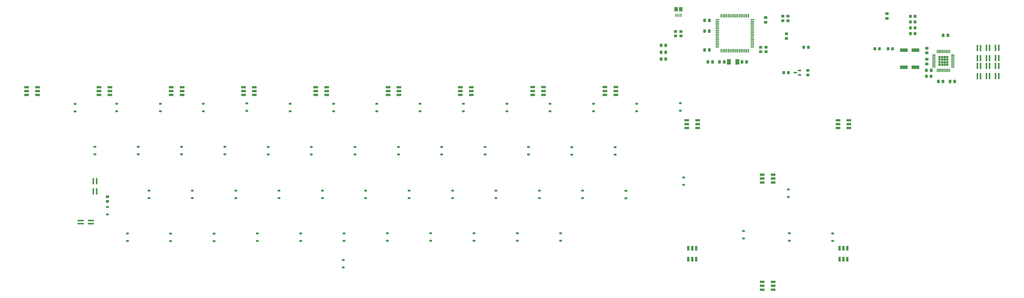
<source format=gtp>
%TF.GenerationSoftware,KiCad,Pcbnew,8.0.5*%
%TF.CreationDate,2025-03-31T08:28:51+02:00*%
%TF.ProjectId,A500KB,41353030-4b42-42e6-9b69-6361645f7063,5a*%
%TF.SameCoordinates,Original*%
%TF.FileFunction,Paste,Top*%
%TF.FilePolarity,Positive*%
%FSLAX46Y46*%
G04 Gerber Fmt 4.6, Leading zero omitted, Abs format (unit mm)*
G04 Created by KiCad (PCBNEW 8.0.5) date 2025-03-31 08:28:51*
%MOMM*%
%LPD*%
G01*
G04 APERTURE LIST*
G04 Aperture macros list*
%AMRoundRect*
0 Rectangle with rounded corners*
0 $1 Rounding radius*
0 $2 $3 $4 $5 $6 $7 $8 $9 X,Y pos of 4 corners*
0 Add a 4 corners polygon primitive as box body*
4,1,4,$2,$3,$4,$5,$6,$7,$8,$9,$2,$3,0*
0 Add four circle primitives for the rounded corners*
1,1,$1+$1,$2,$3*
1,1,$1+$1,$4,$5*
1,1,$1+$1,$6,$7*
1,1,$1+$1,$8,$9*
0 Add four rect primitives between the rounded corners*
20,1,$1+$1,$2,$3,$4,$5,0*
20,1,$1+$1,$4,$5,$6,$7,0*
20,1,$1+$1,$6,$7,$8,$9,0*
20,1,$1+$1,$8,$9,$2,$3,0*%
%AMFreePoly0*
4,1,25,0.353073,0.485300,0.372568,0.469589,0.469589,0.372568,0.501215,0.314650,0.503891,0.289756,0.503891,-0.289756,0.485300,-0.353073,0.469589,-0.372568,0.372568,-0.469589,0.314650,-0.501215,0.289756,-0.503891,-0.289756,-0.503891,-0.353073,-0.485300,-0.372568,-0.469589,-0.469589,-0.372568,-0.501215,-0.314650,-0.503891,-0.289756,-0.503891,0.289756,-0.485300,0.353073,-0.469589,0.372568,
-0.372568,0.469589,-0.314650,0.501215,-0.289756,0.503891,0.289756,0.503891,0.353073,0.485300,0.353073,0.485300,$1*%
G04 Aperture macros list end*
%ADD10RoundRect,0.250000X-0.450000X0.325000X-0.450000X-0.325000X0.450000X-0.325000X0.450000X0.325000X0*%
%ADD11RoundRect,0.150000X0.587500X0.150000X-0.587500X0.150000X-0.587500X-0.150000X0.587500X-0.150000X0*%
%ADD12RoundRect,0.250000X0.450000X-0.350000X0.450000X0.350000X-0.450000X0.350000X-0.450000X-0.350000X0*%
%ADD13RoundRect,0.250000X-0.350000X-0.450000X0.350000X-0.450000X0.350000X0.450000X-0.350000X0.450000X0*%
%ADD14RoundRect,0.250000X-0.337500X-0.475000X0.337500X-0.475000X0.337500X0.475000X-0.337500X0.475000X0*%
%ADD15RoundRect,0.250000X-0.475000X0.337500X-0.475000X-0.337500X0.475000X-0.337500X0.475000X0.337500X0*%
%ADD16R,1.500000X0.550000*%
%ADD17R,0.550000X1.500000*%
%ADD18R,1.700000X2.400000*%
%ADD19R,0.800000X2.750000*%
%ADD20RoundRect,0.225000X-0.375000X0.225000X-0.375000X-0.225000X0.375000X-0.225000X0.375000X0.225000X0*%
%ADD21RoundRect,0.250000X0.350000X0.450000X-0.350000X0.450000X-0.350000X-0.450000X0.350000X-0.450000X0*%
%ADD22FreePoly0,180.000000*%
%ADD23RoundRect,0.075000X0.662500X0.075000X-0.662500X0.075000X-0.662500X-0.075000X0.662500X-0.075000X0*%
%ADD24RoundRect,0.075000X0.075000X0.662500X-0.075000X0.662500X-0.075000X-0.662500X0.075000X-0.662500X0*%
%ADD25RoundRect,0.250000X0.337500X0.475000X-0.337500X0.475000X-0.337500X-0.475000X0.337500X-0.475000X0*%
%ADD26RoundRect,0.250000X0.475000X-0.337500X0.475000X0.337500X-0.475000X0.337500X-0.475000X-0.337500X0*%
%ADD27R,0.400000X1.350000*%
%ADD28R,1.500000X1.900000*%
%ADD29R,2.750000X0.800000*%
%ADD30R,2.000000X1.100000*%
%ADD31RoundRect,0.250000X1.412500X0.550000X-1.412500X0.550000X-1.412500X-0.550000X1.412500X-0.550000X0*%
%ADD32R,1.100000X2.000000*%
G04 APERTURE END LIST*
D10*
%TO.C,D2*%
X68783200Y-306750000D03*
X68783200Y-308800000D03*
%TD*%
D11*
%TO.C,Q1*%
X373187500Y-253050000D03*
X373187500Y-251150000D03*
X371312500Y-252100000D03*
%TD*%
D12*
%TO.C,R1*%
X376800000Y-253075000D03*
X376800000Y-251075000D03*
%TD*%
D13*
%TO.C,R2*%
X366250000Y-252100000D03*
X368250000Y-252100000D03*
%TD*%
D14*
%TO.C,C5*%
X331450000Y-233800000D03*
X333525000Y-233800000D03*
%TD*%
D15*
%TO.C,C6*%
X358300000Y-227800000D03*
X358300000Y-229875000D03*
%TD*%
D12*
%TO.C,R4*%
X321050000Y-235925000D03*
X321050000Y-233925000D03*
%TD*%
%TO.C,R5*%
X367450000Y-236950000D03*
X367450000Y-234950000D03*
%TD*%
D16*
%TO.C,U2*%
X337048400Y-228704200D03*
X337048400Y-229504200D03*
X337048400Y-230304200D03*
X337048400Y-231104200D03*
X337048400Y-231904200D03*
X337048400Y-232704200D03*
X337048400Y-233504200D03*
X337048400Y-234304200D03*
X337048400Y-235104200D03*
X337048400Y-235904200D03*
X337048400Y-236704200D03*
X337048400Y-237504200D03*
X337048400Y-238304200D03*
X337048400Y-239104200D03*
X337048400Y-239904200D03*
X337048400Y-240704200D03*
D17*
X338748400Y-242404200D03*
X339548400Y-242404200D03*
X340348400Y-242404200D03*
X341148400Y-242404200D03*
X341948400Y-242404200D03*
X342748400Y-242404200D03*
X343548400Y-242404200D03*
X344348400Y-242404200D03*
X345148400Y-242404200D03*
X345948400Y-242404200D03*
X346748400Y-242404200D03*
X347548400Y-242404200D03*
X348348400Y-242404200D03*
X349148400Y-242404200D03*
X349948400Y-242404200D03*
X350748400Y-242404200D03*
D16*
X352448400Y-240704200D03*
X352448400Y-239904200D03*
X352448400Y-239104200D03*
X352448400Y-238304200D03*
X352448400Y-237504200D03*
X352448400Y-236704200D03*
X352448400Y-235904200D03*
X352448400Y-235104200D03*
X352448400Y-234304200D03*
X352448400Y-233504200D03*
X352448400Y-232704200D03*
X352448400Y-231904200D03*
X352448400Y-231104200D03*
X352448400Y-230304200D03*
X352448400Y-229504200D03*
X352448400Y-228704200D03*
D17*
X350748400Y-227004200D03*
X349948400Y-227004200D03*
X349148400Y-227004200D03*
X348348400Y-227004200D03*
X347548400Y-227004200D03*
X346748400Y-227004200D03*
X345948400Y-227004200D03*
X345148400Y-227004200D03*
X344348400Y-227004200D03*
X343548400Y-227004200D03*
X342748400Y-227004200D03*
X341948400Y-227004200D03*
X341148400Y-227004200D03*
X340348400Y-227004200D03*
X339548400Y-227004200D03*
X338748400Y-227004200D03*
%TD*%
D18*
%TO.C,Y2*%
X345823300Y-247321800D03*
X342123300Y-247321800D03*
%TD*%
D19*
%TO.C,D1*%
X62673000Y-304383000D03*
X64073000Y-304383000D03*
X64073000Y-299883000D03*
X62673000Y-299883000D03*
%TD*%
D13*
%TO.C,R6*%
X422000000Y-227250000D03*
X424000000Y-227250000D03*
%TD*%
D15*
%TO.C,C14*%
X411650000Y-226075000D03*
X411650000Y-228150000D03*
%TD*%
D14*
%TO.C,C3*%
X347884000Y-247359900D03*
X349959000Y-247359900D03*
%TD*%
%TO.C,C4*%
X338008700Y-247296400D03*
X340083700Y-247296400D03*
%TD*%
%TO.C,C1*%
X332898000Y-247309100D03*
X334973000Y-247309100D03*
%TD*%
D20*
%TO.C,D8*%
X77600000Y-322950000D03*
X77600000Y-326250000D03*
%TD*%
%TO.C,D9*%
X96600000Y-323000000D03*
X96600000Y-326300000D03*
%TD*%
%TO.C,D10*%
X115700000Y-323000000D03*
X115700000Y-326300000D03*
%TD*%
%TO.C,D11*%
X134800000Y-322950000D03*
X134800000Y-326250000D03*
%TD*%
%TO.C,D12*%
X153800000Y-322950000D03*
X153800000Y-326250000D03*
%TD*%
%TO.C,D13*%
X172550000Y-334600000D03*
X172550000Y-337900000D03*
%TD*%
%TO.C,D14*%
X172900000Y-322900000D03*
X172900000Y-326200000D03*
%TD*%
%TO.C,D15*%
X191900000Y-322850000D03*
X191900000Y-326150000D03*
%TD*%
%TO.C,D16*%
X211000000Y-322850000D03*
X211000000Y-326150000D03*
%TD*%
%TO.C,D17*%
X230000000Y-322850000D03*
X230000000Y-326150000D03*
%TD*%
%TO.C,D18*%
X249100000Y-322850000D03*
X249100000Y-326150000D03*
%TD*%
%TO.C,D19*%
X268100000Y-322850000D03*
X268100000Y-326150000D03*
%TD*%
%TO.C,D20*%
X387800000Y-322900000D03*
X387800000Y-326200000D03*
%TD*%
%TO.C,D21*%
X348600000Y-321850000D03*
X348600000Y-325150000D03*
%TD*%
%TO.C,D22*%
X368300000Y-303550000D03*
X368300000Y-306850000D03*
%TD*%
%TO.C,D24*%
X68800000Y-311250000D03*
X68800000Y-314550000D03*
%TD*%
%TO.C,D25*%
X87100000Y-304050000D03*
X87100000Y-307350000D03*
%TD*%
%TO.C,D26*%
X106200000Y-304050000D03*
X106200000Y-307350000D03*
%TD*%
%TO.C,D27*%
X125300000Y-304050000D03*
X125300000Y-307350000D03*
%TD*%
%TO.C,D28*%
X144300000Y-304050000D03*
X144300000Y-307350000D03*
%TD*%
%TO.C,D29*%
X163400000Y-304050000D03*
X163400000Y-307350000D03*
%TD*%
%TO.C,D30*%
X182400000Y-304050000D03*
X182400000Y-307350000D03*
%TD*%
%TO.C,D31*%
X201500000Y-304050000D03*
X201500000Y-307350000D03*
%TD*%
%TO.C,D32*%
X220600000Y-304050000D03*
X220600000Y-307350000D03*
%TD*%
%TO.C,D33*%
X239700000Y-304050000D03*
X239700000Y-307350000D03*
%TD*%
%TO.C,D34*%
X258800000Y-304050000D03*
X258800000Y-307350000D03*
%TD*%
%TO.C,D35*%
X277800000Y-304050000D03*
X277800000Y-307350000D03*
%TD*%
%TO.C,D36*%
X296800000Y-304150000D03*
X296800000Y-307450000D03*
%TD*%
D21*
%TO.C,R8*%
X424000000Y-234850000D03*
X422000000Y-234850000D03*
%TD*%
%TO.C,R9*%
X424000000Y-232350000D03*
X422000000Y-232350000D03*
%TD*%
D20*
%TO.C,D37*%
X63300000Y-284750000D03*
X63300000Y-288050000D03*
%TD*%
%TO.C,D38*%
X82400000Y-284750000D03*
X82400000Y-288050000D03*
%TD*%
%TO.C,D39*%
X101400000Y-284750000D03*
X101400000Y-288050000D03*
%TD*%
%TO.C,D40*%
X120500000Y-284750000D03*
X120500000Y-288050000D03*
%TD*%
%TO.C,D41*%
X139500000Y-284850000D03*
X139500000Y-288150000D03*
%TD*%
%TO.C,D42*%
X158500000Y-284850000D03*
X158500000Y-288150000D03*
%TD*%
%TO.C,D43*%
X177700000Y-284850000D03*
X177700000Y-288150000D03*
%TD*%
%TO.C,D44*%
X196800000Y-284850000D03*
X196800000Y-288150000D03*
%TD*%
%TO.C,D45*%
X215800000Y-284850000D03*
X215800000Y-288150000D03*
%TD*%
%TO.C,D46*%
X234900000Y-284850000D03*
X234900000Y-288150000D03*
%TD*%
%TO.C,D47*%
X254000000Y-284850000D03*
X254000000Y-288150000D03*
%TD*%
%TO.C,D48*%
X273000000Y-284900000D03*
X273000000Y-288200000D03*
%TD*%
%TO.C,D49*%
X292100000Y-284900000D03*
X292100000Y-288200000D03*
%TD*%
%TO.C,D50*%
X322200000Y-298250000D03*
X322200000Y-301550000D03*
%TD*%
D19*
%TO.C,D5*%
X451400000Y-253638000D03*
X452800000Y-253638000D03*
X452800000Y-249138000D03*
X451400000Y-249138000D03*
%TD*%
%TO.C,D6*%
X455400000Y-253625000D03*
X456800000Y-253625000D03*
X456800000Y-249125000D03*
X455400000Y-249125000D03*
%TD*%
%TO.C,D7*%
X459400000Y-253625000D03*
X460800000Y-253625000D03*
X460800000Y-249125000D03*
X459400000Y-249125000D03*
%TD*%
%TO.C,D52*%
X456800000Y-241179900D03*
X455400000Y-241179900D03*
X455400000Y-245679900D03*
X456800000Y-245679900D03*
%TD*%
%TO.C,D53*%
X460800000Y-241167200D03*
X459400000Y-241167200D03*
X459400000Y-245667200D03*
X460800000Y-245667200D03*
%TD*%
D22*
%TO.C,U1*%
X438150000Y-248587500D03*
X438150000Y-247462500D03*
X438150000Y-246337500D03*
X438150000Y-245212500D03*
X437025000Y-248587500D03*
X437025000Y-247462500D03*
X437025000Y-246337500D03*
X437025000Y-245212500D03*
X435900000Y-248587500D03*
X435900000Y-247462500D03*
X435900000Y-246337500D03*
X435900000Y-245212500D03*
X434775000Y-248587500D03*
X434775000Y-247462500D03*
X434775000Y-246337500D03*
X434775000Y-245212500D03*
D23*
X440625000Y-249650000D03*
X440625000Y-249150000D03*
X440625000Y-248650000D03*
X440625000Y-248150000D03*
X440625000Y-247650000D03*
X440625000Y-247150000D03*
X440625000Y-246650000D03*
X440625000Y-246150000D03*
X440625000Y-245650000D03*
X440625000Y-245150000D03*
X440625000Y-244650000D03*
X440625000Y-244150000D03*
D24*
X439212500Y-242737500D03*
X438712500Y-242737500D03*
X438212500Y-242737500D03*
X437712500Y-242737500D03*
X437212500Y-242737500D03*
X436712500Y-242737500D03*
X436212500Y-242737500D03*
X435712500Y-242737500D03*
X435212500Y-242737500D03*
X434712500Y-242737500D03*
X434212500Y-242737500D03*
X433712500Y-242737500D03*
D23*
X432300000Y-244150000D03*
X432300000Y-244650000D03*
X432300000Y-245150000D03*
X432300000Y-245650000D03*
X432300000Y-246150000D03*
X432300000Y-246650000D03*
X432300000Y-247150000D03*
X432300000Y-247650000D03*
X432300000Y-248150000D03*
X432300000Y-248650000D03*
X432300000Y-249150000D03*
X432300000Y-249650000D03*
D24*
X433712500Y-251062500D03*
X434212500Y-251062500D03*
X434712500Y-251062500D03*
X435212500Y-251062500D03*
X435712500Y-251062500D03*
X436212500Y-251062500D03*
X436712500Y-251062500D03*
X437212500Y-251062500D03*
X437712500Y-251062500D03*
X438212500Y-251062500D03*
X438712500Y-251062500D03*
X439212500Y-251062500D03*
%TD*%
D25*
%TO.C,C10*%
X438475000Y-235650000D03*
X436400000Y-235650000D03*
%TD*%
D14*
%TO.C,C11*%
X439387500Y-255950000D03*
X441462500Y-255950000D03*
%TD*%
D15*
%TO.C,C12*%
X429150000Y-246137500D03*
X429150000Y-248212500D03*
%TD*%
D13*
%TO.C,R7*%
X429025000Y-253700000D03*
X431025000Y-253700000D03*
%TD*%
D25*
%TO.C,C13*%
X431087500Y-251050000D03*
X429012500Y-251050000D03*
%TD*%
%TO.C,C9*%
X436312500Y-255950000D03*
X434237500Y-255950000D03*
%TD*%
D12*
%TO.C,R10*%
X358450000Y-242850000D03*
X358450000Y-240850000D03*
%TD*%
%TO.C,R11*%
X356100000Y-242850000D03*
X356100000Y-240850000D03*
%TD*%
D20*
%TO.C,D54*%
X54600000Y-265850000D03*
X54600000Y-269150000D03*
%TD*%
%TO.C,D55*%
X72900000Y-265750000D03*
X72900000Y-269050000D03*
%TD*%
%TO.C,D56*%
X92100000Y-265750000D03*
X92100000Y-269050000D03*
%TD*%
%TO.C,D57*%
X111000000Y-265750000D03*
X111000000Y-269050000D03*
%TD*%
%TO.C,D58*%
X130100000Y-265650000D03*
X130100000Y-268950000D03*
%TD*%
%TO.C,D59*%
X149200000Y-265750000D03*
X149200000Y-269050000D03*
%TD*%
%TO.C,D60*%
X168300000Y-265750000D03*
X168300000Y-269050000D03*
%TD*%
%TO.C,D61*%
X187300000Y-265750000D03*
X187300000Y-269050000D03*
%TD*%
%TO.C,D62*%
X206300000Y-265750000D03*
X206300000Y-269050000D03*
%TD*%
%TO.C,D63*%
X225400000Y-265750000D03*
X225400000Y-269050000D03*
%TD*%
%TO.C,D64*%
X244500000Y-265750000D03*
X244500000Y-269050000D03*
%TD*%
%TO.C,D65*%
X263500000Y-265750000D03*
X263500000Y-269050000D03*
%TD*%
%TO.C,D66*%
X282600000Y-265750000D03*
X282600000Y-269050000D03*
%TD*%
%TO.C,D67*%
X301600000Y-265750000D03*
X301600000Y-269050000D03*
%TD*%
%TO.C,D68*%
X320800000Y-265550000D03*
X320800000Y-268850000D03*
%TD*%
D14*
%TO.C,C2*%
X331487500Y-242050000D03*
X333562500Y-242050000D03*
%TD*%
D26*
%TO.C,C7*%
X429150000Y-243362500D03*
X429150000Y-241287500D03*
%TD*%
D25*
%TO.C,C8*%
X333562500Y-229000000D03*
X331487500Y-229000000D03*
%TD*%
D21*
%TO.C,R12*%
X424000000Y-229750000D03*
X422000000Y-229750000D03*
%TD*%
D13*
%TO.C,R13*%
X412122000Y-241554000D03*
X414122000Y-241554000D03*
%TD*%
%TO.C,R14*%
X406298000Y-241554000D03*
X408298000Y-241554000D03*
%TD*%
D12*
%TO.C,R16*%
X365800000Y-229200000D03*
X365800000Y-227200000D03*
%TD*%
%TO.C,R15*%
X368150000Y-229200000D03*
X368150000Y-227200000D03*
%TD*%
D20*
%TO.C,D23*%
X368700000Y-322850000D03*
X368700000Y-326150000D03*
%TD*%
D12*
%TO.C,R3*%
X318700000Y-235925000D03*
X318700000Y-233925000D03*
%TD*%
D27*
%TO.C,J2*%
X321250000Y-226850000D03*
X320600000Y-226850000D03*
X319950000Y-226850000D03*
X319300000Y-226850000D03*
X318650000Y-226850000D03*
D28*
X320950000Y-224150000D03*
X318950000Y-224150000D03*
%TD*%
D19*
%TO.C,D51*%
X452800000Y-241187500D03*
X451400000Y-241187500D03*
X451400000Y-245687500D03*
X452800000Y-245687500D03*
%TD*%
D29*
%TO.C,D69*%
X57050000Y-317250000D03*
X57050000Y-318650000D03*
X61550000Y-318650000D03*
X61550000Y-317250000D03*
%TD*%
D30*
%TO.C,D72*%
X96877700Y-258500000D03*
X96877700Y-260200000D03*
X96877700Y-261900000D03*
X101677700Y-261900000D03*
X101677700Y-260200000D03*
X101677700Y-258500000D03*
%TD*%
%TO.C,D73*%
X128664750Y-258500000D03*
X128664750Y-260200000D03*
X128664750Y-261900000D03*
X133464750Y-261900000D03*
X133464750Y-260200000D03*
X133464750Y-258500000D03*
%TD*%
%TO.C,D83*%
X361600000Y-347700000D03*
X361600000Y-346000000D03*
X361600000Y-344300000D03*
X356800000Y-344300000D03*
X356800000Y-346000000D03*
X356800000Y-347700000D03*
%TD*%
%TO.C,D71*%
X65090650Y-258500000D03*
X65090650Y-260200000D03*
X65090650Y-261900000D03*
X69890650Y-261900000D03*
X69890650Y-260200000D03*
X69890650Y-258500000D03*
%TD*%
D31*
%TO.C,C15*%
X424175000Y-249650000D03*
X419100000Y-249650000D03*
%TD*%
D30*
%TO.C,D70*%
X33303600Y-258500000D03*
X33303600Y-260200000D03*
X33303600Y-261900000D03*
X38103600Y-261900000D03*
X38103600Y-260200000D03*
X38103600Y-258500000D03*
%TD*%
%TO.C,D81*%
X390100000Y-273026400D03*
X390100000Y-274726400D03*
X390100000Y-276426400D03*
X394900000Y-276426400D03*
X394900000Y-274726400D03*
X394900000Y-273026400D03*
%TD*%
%TO.C,D80*%
X356800000Y-297050000D03*
X356800000Y-298750000D03*
X356800000Y-300450000D03*
X361600000Y-300450000D03*
X361600000Y-298750000D03*
X361600000Y-297050000D03*
%TD*%
%TO.C,D77*%
X255812950Y-258450000D03*
X255812950Y-260150000D03*
X255812950Y-261850000D03*
X260612950Y-261850000D03*
X260612950Y-260150000D03*
X260612950Y-258450000D03*
%TD*%
%TO.C,D75*%
X192238850Y-258500000D03*
X192238850Y-260200000D03*
X192238850Y-261900000D03*
X197038850Y-261900000D03*
X197038850Y-260200000D03*
X197038850Y-258500000D03*
%TD*%
%TO.C,D78*%
X287600000Y-258450000D03*
X287600000Y-260150000D03*
X287600000Y-261850000D03*
X292400000Y-261850000D03*
X292400000Y-260150000D03*
X292400000Y-258450000D03*
%TD*%
%TO.C,D76*%
X224025900Y-258500000D03*
X224025900Y-260200000D03*
X224025900Y-261900000D03*
X228825900Y-261900000D03*
X228825900Y-260200000D03*
X228825900Y-258500000D03*
%TD*%
D31*
%TO.C,C16*%
X424175000Y-242150000D03*
X419100000Y-242150000D03*
%TD*%
D25*
%TO.C,C18*%
X314375000Y-243060000D03*
X312300000Y-243060000D03*
%TD*%
D30*
%TO.C,D79*%
X323600000Y-273026400D03*
X323600000Y-274726400D03*
X323600000Y-276426400D03*
X328400000Y-276426400D03*
X328400000Y-274726400D03*
X328400000Y-273026400D03*
%TD*%
D13*
%TO.C,R17*%
X375100000Y-240900000D03*
X377100000Y-240900000D03*
%TD*%
D25*
%TO.C,C17*%
X314375000Y-246070000D03*
X312300000Y-246070000D03*
%TD*%
D32*
%TO.C,D84*%
X324300000Y-334250000D03*
X326000000Y-334250000D03*
X327700000Y-334250000D03*
X327700000Y-329450000D03*
X326000000Y-329450000D03*
X324300000Y-329450000D03*
%TD*%
D30*
%TO.C,D74*%
X160451800Y-258500000D03*
X160451800Y-260200000D03*
X160451800Y-261900000D03*
X165251800Y-261900000D03*
X165251800Y-260200000D03*
X165251800Y-258500000D03*
%TD*%
D32*
%TO.C,D82*%
X394200000Y-329476400D03*
X392500000Y-329476400D03*
X390800000Y-329476400D03*
X390800000Y-334276400D03*
X392500000Y-334276400D03*
X394200000Y-334276400D03*
%TD*%
D25*
%TO.C,C19*%
X314375000Y-240050000D03*
X312300000Y-240050000D03*
%TD*%
M02*

</source>
